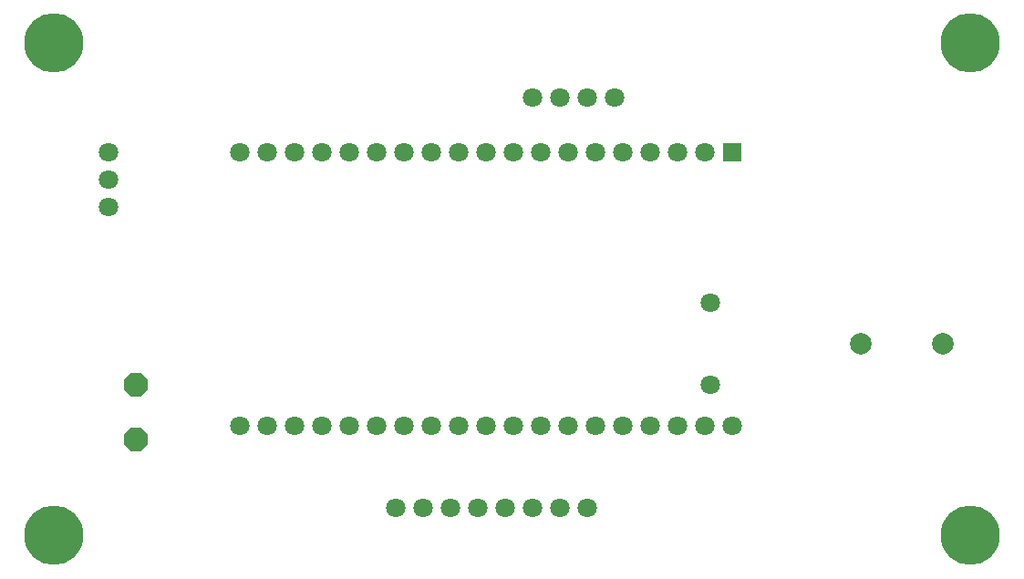
<source format=gtl>
G04 Layer_Physical_Order=1*
G04 Layer_Color=255*
%FSLAX42Y42*%
%MOMM*%
G71*
G01*
G75*
%ADD10R,1.80X1.80*%
%ADD11C,1.80*%
%ADD12P,2.38X8X292.5*%
%ADD13C,5.50*%
%ADD14C,2.00*%
D10*
X11501Y8763D02*
D03*
D11*
X11247D02*
D03*
X6929D02*
D03*
X10993D02*
D03*
X10739D02*
D03*
X10485D02*
D03*
X10231D02*
D03*
X9977D02*
D03*
X9723D02*
D03*
X9469D02*
D03*
X9215D02*
D03*
X8961D02*
D03*
X8707D02*
D03*
X8453D02*
D03*
X8199D02*
D03*
X7945D02*
D03*
X7691D02*
D03*
X7437D02*
D03*
X7183D02*
D03*
X11501Y6223D02*
D03*
X11247D02*
D03*
X10993D02*
D03*
X10739D02*
D03*
X10485D02*
D03*
X10231D02*
D03*
X9977D02*
D03*
X9723D02*
D03*
X9469D02*
D03*
X9215D02*
D03*
X8961D02*
D03*
X8707D02*
D03*
X8453D02*
D03*
X8199D02*
D03*
X7945D02*
D03*
X7691D02*
D03*
X7437D02*
D03*
X7183D02*
D03*
X6929D02*
D03*
X9652Y9271D02*
D03*
X9906D02*
D03*
X10160D02*
D03*
X10414D02*
D03*
X11303Y7366D02*
D03*
Y6604D02*
D03*
X5715Y8763D02*
D03*
Y8509D02*
D03*
Y8255D02*
D03*
X8382Y5461D02*
D03*
X8636D02*
D03*
X8890D02*
D03*
X9144D02*
D03*
X9398D02*
D03*
X9652D02*
D03*
X9906D02*
D03*
X10160D02*
D03*
D12*
X5969Y6096D02*
D03*
Y6604D02*
D03*
D13*
X5207Y9779D02*
D03*
X13716D02*
D03*
Y5207D02*
D03*
X5207D02*
D03*
D14*
X13462Y6985D02*
D03*
X12700D02*
D03*
M02*

</source>
